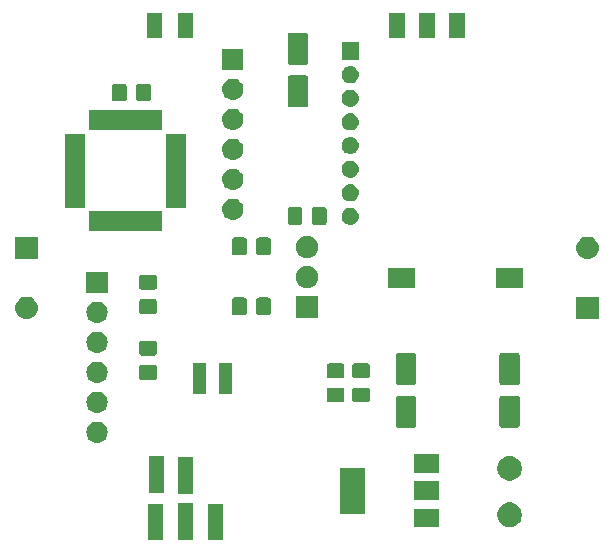
<source format=gbr>
G04 #@! TF.GenerationSoftware,KiCad,Pcbnew,(5.1.4)-1*
G04 #@! TF.CreationDate,2019-09-20T07:49:52+02:00*
G04 #@! TF.ProjectId,hb-rc-2-pbu-led,68622d72-632d-4322-9d70-62752d6c6564,rev?*
G04 #@! TF.SameCoordinates,Original*
G04 #@! TF.FileFunction,Soldermask,Top*
G04 #@! TF.FilePolarity,Negative*
%FSLAX46Y46*%
G04 Gerber Fmt 4.6, Leading zero omitted, Abs format (unit mm)*
G04 Created by KiCad (PCBNEW (5.1.4)-1) date 2019-09-20 07:49:52*
%MOMM*%
%LPD*%
G04 APERTURE LIST*
%ADD10C,0.100000*%
G04 APERTURE END LIST*
D10*
G36*
X95139000Y-97778900D02*
G01*
X93837000Y-97778900D01*
X93837000Y-94676900D01*
X95139000Y-94676900D01*
X95139000Y-97778900D01*
X95139000Y-97778900D01*
G37*
G36*
X90033600Y-97778900D02*
G01*
X88731600Y-97778900D01*
X88731600Y-94676900D01*
X90033600Y-94676900D01*
X90033600Y-97778900D01*
X90033600Y-97778900D01*
G37*
G36*
X92573600Y-97766200D02*
G01*
X91271600Y-97766200D01*
X91271600Y-94664200D01*
X92573600Y-94664200D01*
X92573600Y-97766200D01*
X92573600Y-97766200D01*
G37*
G36*
X113421000Y-96700000D02*
G01*
X111319000Y-96700000D01*
X111319000Y-95098000D01*
X113421000Y-95098000D01*
X113421000Y-96700000D01*
X113421000Y-96700000D01*
G37*
G36*
X119686564Y-94620389D02*
G01*
X119877833Y-94699615D01*
X119877835Y-94699616D01*
X120049973Y-94814635D01*
X120196365Y-94961027D01*
X120311385Y-95133167D01*
X120390611Y-95324436D01*
X120431000Y-95527484D01*
X120431000Y-95734516D01*
X120390611Y-95937564D01*
X120311385Y-96128833D01*
X120311384Y-96128835D01*
X120196365Y-96300973D01*
X120049973Y-96447365D01*
X119877835Y-96562384D01*
X119877834Y-96562385D01*
X119877833Y-96562385D01*
X119686564Y-96641611D01*
X119483516Y-96682000D01*
X119276484Y-96682000D01*
X119073436Y-96641611D01*
X118882167Y-96562385D01*
X118882166Y-96562385D01*
X118882165Y-96562384D01*
X118710027Y-96447365D01*
X118563635Y-96300973D01*
X118448616Y-96128835D01*
X118448615Y-96128833D01*
X118369389Y-95937564D01*
X118329000Y-95734516D01*
X118329000Y-95527484D01*
X118369389Y-95324436D01*
X118448615Y-95133167D01*
X118563635Y-94961027D01*
X118710027Y-94814635D01*
X118882165Y-94699616D01*
X118882167Y-94699615D01*
X119073436Y-94620389D01*
X119276484Y-94580000D01*
X119483516Y-94580000D01*
X119686564Y-94620389D01*
X119686564Y-94620389D01*
G37*
G36*
X107121000Y-95550000D02*
G01*
X105019000Y-95550000D01*
X105019000Y-91648000D01*
X107121000Y-91648000D01*
X107121000Y-95550000D01*
X107121000Y-95550000D01*
G37*
G36*
X113421000Y-94400000D02*
G01*
X111319000Y-94400000D01*
X111319000Y-92798000D01*
X113421000Y-92798000D01*
X113421000Y-94400000D01*
X113421000Y-94400000D01*
G37*
G36*
X92573600Y-93829200D02*
G01*
X91271600Y-93829200D01*
X91271600Y-90727200D01*
X92573600Y-90727200D01*
X92573600Y-93829200D01*
X92573600Y-93829200D01*
G37*
G36*
X90160600Y-93753000D02*
G01*
X88858600Y-93753000D01*
X88858600Y-90651000D01*
X90160600Y-90651000D01*
X90160600Y-93753000D01*
X90160600Y-93753000D01*
G37*
G36*
X119686564Y-90683389D02*
G01*
X119792333Y-90727200D01*
X119877835Y-90762616D01*
X120049973Y-90877635D01*
X120196365Y-91024027D01*
X120311385Y-91196167D01*
X120390611Y-91387436D01*
X120431000Y-91590484D01*
X120431000Y-91797516D01*
X120390611Y-92000564D01*
X120349423Y-92100000D01*
X120311384Y-92191835D01*
X120196365Y-92363973D01*
X120049973Y-92510365D01*
X119877835Y-92625384D01*
X119877834Y-92625385D01*
X119877833Y-92625385D01*
X119686564Y-92704611D01*
X119483516Y-92745000D01*
X119276484Y-92745000D01*
X119073436Y-92704611D01*
X118882167Y-92625385D01*
X118882166Y-92625385D01*
X118882165Y-92625384D01*
X118710027Y-92510365D01*
X118563635Y-92363973D01*
X118448616Y-92191835D01*
X118410577Y-92100000D01*
X118369389Y-92000564D01*
X118329000Y-91797516D01*
X118329000Y-91590484D01*
X118369389Y-91387436D01*
X118448615Y-91196167D01*
X118563635Y-91024027D01*
X118710027Y-90877635D01*
X118882165Y-90762616D01*
X118967667Y-90727200D01*
X119073436Y-90683389D01*
X119276484Y-90643000D01*
X119483516Y-90643000D01*
X119686564Y-90683389D01*
X119686564Y-90683389D01*
G37*
G36*
X113421000Y-92100000D02*
G01*
X111319000Y-92100000D01*
X111319000Y-90498000D01*
X113421000Y-90498000D01*
X113421000Y-92100000D01*
X113421000Y-92100000D01*
G37*
G36*
X84565442Y-87751518D02*
G01*
X84631627Y-87758037D01*
X84801466Y-87809557D01*
X84957991Y-87893222D01*
X84993729Y-87922552D01*
X85095186Y-88005814D01*
X85169196Y-88095997D01*
X85207778Y-88143009D01*
X85291443Y-88299534D01*
X85342963Y-88469373D01*
X85360359Y-88646000D01*
X85342963Y-88822627D01*
X85291443Y-88992466D01*
X85207778Y-89148991D01*
X85178448Y-89184729D01*
X85095186Y-89286186D01*
X84993729Y-89369448D01*
X84957991Y-89398778D01*
X84801466Y-89482443D01*
X84631627Y-89533963D01*
X84565442Y-89540482D01*
X84499260Y-89547000D01*
X84410740Y-89547000D01*
X84344558Y-89540482D01*
X84278373Y-89533963D01*
X84108534Y-89482443D01*
X83952009Y-89398778D01*
X83916271Y-89369448D01*
X83814814Y-89286186D01*
X83731552Y-89184729D01*
X83702222Y-89148991D01*
X83618557Y-88992466D01*
X83567037Y-88822627D01*
X83549641Y-88646000D01*
X83567037Y-88469373D01*
X83618557Y-88299534D01*
X83702222Y-88143009D01*
X83740804Y-88095997D01*
X83814814Y-88005814D01*
X83916271Y-87922552D01*
X83952009Y-87893222D01*
X84108534Y-87809557D01*
X84278373Y-87758037D01*
X84344558Y-87751518D01*
X84410740Y-87745000D01*
X84499260Y-87745000D01*
X84565442Y-87751518D01*
X84565442Y-87751518D01*
G37*
G36*
X120085997Y-85543051D02*
G01*
X120119652Y-85553261D01*
X120150665Y-85569838D01*
X120177851Y-85592149D01*
X120200162Y-85619335D01*
X120216739Y-85650348D01*
X120226949Y-85684003D01*
X120231000Y-85725138D01*
X120231000Y-88054862D01*
X120226949Y-88095997D01*
X120216739Y-88129652D01*
X120200162Y-88160665D01*
X120177851Y-88187851D01*
X120150665Y-88210162D01*
X120119652Y-88226739D01*
X120085997Y-88236949D01*
X120044862Y-88241000D01*
X118715138Y-88241000D01*
X118674003Y-88236949D01*
X118640348Y-88226739D01*
X118609335Y-88210162D01*
X118582149Y-88187851D01*
X118559838Y-88160665D01*
X118543261Y-88129652D01*
X118533051Y-88095997D01*
X118529000Y-88054862D01*
X118529000Y-85725138D01*
X118533051Y-85684003D01*
X118543261Y-85650348D01*
X118559838Y-85619335D01*
X118582149Y-85592149D01*
X118609335Y-85569838D01*
X118640348Y-85553261D01*
X118674003Y-85543051D01*
X118715138Y-85539000D01*
X120044862Y-85539000D01*
X120085997Y-85543051D01*
X120085997Y-85543051D01*
G37*
G36*
X111322997Y-85543051D02*
G01*
X111356652Y-85553261D01*
X111387665Y-85569838D01*
X111414851Y-85592149D01*
X111437162Y-85619335D01*
X111453739Y-85650348D01*
X111463949Y-85684003D01*
X111468000Y-85725138D01*
X111468000Y-88054862D01*
X111463949Y-88095997D01*
X111453739Y-88129652D01*
X111437162Y-88160665D01*
X111414851Y-88187851D01*
X111387665Y-88210162D01*
X111356652Y-88226739D01*
X111322997Y-88236949D01*
X111281862Y-88241000D01*
X109952138Y-88241000D01*
X109911003Y-88236949D01*
X109877348Y-88226739D01*
X109846335Y-88210162D01*
X109819149Y-88187851D01*
X109796838Y-88160665D01*
X109780261Y-88129652D01*
X109770051Y-88095997D01*
X109766000Y-88054862D01*
X109766000Y-85725138D01*
X109770051Y-85684003D01*
X109780261Y-85650348D01*
X109796838Y-85619335D01*
X109819149Y-85592149D01*
X109846335Y-85569838D01*
X109877348Y-85553261D01*
X109911003Y-85543051D01*
X109952138Y-85539000D01*
X111281862Y-85539000D01*
X111322997Y-85543051D01*
X111322997Y-85543051D01*
G37*
G36*
X84565443Y-85211519D02*
G01*
X84631627Y-85218037D01*
X84801466Y-85269557D01*
X84957991Y-85353222D01*
X84993729Y-85382552D01*
X85095186Y-85465814D01*
X85166951Y-85553261D01*
X85207778Y-85603009D01*
X85291443Y-85759534D01*
X85342963Y-85929373D01*
X85360359Y-86106000D01*
X85342963Y-86282627D01*
X85291443Y-86452466D01*
X85207778Y-86608991D01*
X85178448Y-86644729D01*
X85095186Y-86746186D01*
X84993729Y-86829448D01*
X84957991Y-86858778D01*
X84801466Y-86942443D01*
X84631627Y-86993963D01*
X84565442Y-87000482D01*
X84499260Y-87007000D01*
X84410740Y-87007000D01*
X84344558Y-87000482D01*
X84278373Y-86993963D01*
X84108534Y-86942443D01*
X83952009Y-86858778D01*
X83916271Y-86829448D01*
X83814814Y-86746186D01*
X83731552Y-86644729D01*
X83702222Y-86608991D01*
X83618557Y-86452466D01*
X83567037Y-86282627D01*
X83549641Y-86106000D01*
X83567037Y-85929373D01*
X83618557Y-85759534D01*
X83702222Y-85603009D01*
X83743049Y-85553261D01*
X83814814Y-85465814D01*
X83916271Y-85382552D01*
X83952009Y-85353222D01*
X84108534Y-85269557D01*
X84278373Y-85218037D01*
X84344557Y-85211519D01*
X84410740Y-85205000D01*
X84499260Y-85205000D01*
X84565443Y-85211519D01*
X84565443Y-85211519D01*
G37*
G36*
X107395674Y-84858465D02*
G01*
X107433367Y-84869899D01*
X107468103Y-84888466D01*
X107498548Y-84913452D01*
X107523534Y-84943897D01*
X107542101Y-84978633D01*
X107553535Y-85016326D01*
X107558000Y-85061661D01*
X107558000Y-85898339D01*
X107553535Y-85943674D01*
X107542101Y-85981367D01*
X107523534Y-86016103D01*
X107498548Y-86046548D01*
X107468103Y-86071534D01*
X107433367Y-86090101D01*
X107395674Y-86101535D01*
X107350339Y-86106000D01*
X106263661Y-86106000D01*
X106218326Y-86101535D01*
X106180633Y-86090101D01*
X106145897Y-86071534D01*
X106115452Y-86046548D01*
X106090466Y-86016103D01*
X106071899Y-85981367D01*
X106060465Y-85943674D01*
X106056000Y-85898339D01*
X106056000Y-85061661D01*
X106060465Y-85016326D01*
X106071899Y-84978633D01*
X106090466Y-84943897D01*
X106115452Y-84913452D01*
X106145897Y-84888466D01*
X106180633Y-84869899D01*
X106218326Y-84858465D01*
X106263661Y-84854000D01*
X107350339Y-84854000D01*
X107395674Y-84858465D01*
X107395674Y-84858465D01*
G37*
G36*
X105236674Y-84858465D02*
G01*
X105274367Y-84869899D01*
X105309103Y-84888466D01*
X105339548Y-84913452D01*
X105364534Y-84943897D01*
X105383101Y-84978633D01*
X105394535Y-85016326D01*
X105399000Y-85061661D01*
X105399000Y-85898339D01*
X105394535Y-85943674D01*
X105383101Y-85981367D01*
X105364534Y-86016103D01*
X105339548Y-86046548D01*
X105309103Y-86071534D01*
X105274367Y-86090101D01*
X105236674Y-86101535D01*
X105191339Y-86106000D01*
X104104661Y-86106000D01*
X104059326Y-86101535D01*
X104021633Y-86090101D01*
X103986897Y-86071534D01*
X103956452Y-86046548D01*
X103931466Y-86016103D01*
X103912899Y-85981367D01*
X103901465Y-85943674D01*
X103897000Y-85898339D01*
X103897000Y-85061661D01*
X103901465Y-85016326D01*
X103912899Y-84978633D01*
X103931466Y-84943897D01*
X103956452Y-84913452D01*
X103986897Y-84888466D01*
X104021633Y-84869899D01*
X104059326Y-84858465D01*
X104104661Y-84854000D01*
X105191339Y-84854000D01*
X105236674Y-84858465D01*
X105236674Y-84858465D01*
G37*
G36*
X95915000Y-85400000D02*
G01*
X94753000Y-85400000D01*
X94753000Y-82748000D01*
X95915000Y-82748000D01*
X95915000Y-85400000D01*
X95915000Y-85400000D01*
G37*
G36*
X93715000Y-85400000D02*
G01*
X92553000Y-85400000D01*
X92553000Y-82748000D01*
X93715000Y-82748000D01*
X93715000Y-85400000D01*
X93715000Y-85400000D01*
G37*
G36*
X111322997Y-81943051D02*
G01*
X111356652Y-81953261D01*
X111387665Y-81969838D01*
X111414851Y-81992149D01*
X111437162Y-82019335D01*
X111453739Y-82050348D01*
X111463949Y-82084003D01*
X111468000Y-82125138D01*
X111468000Y-84454862D01*
X111463949Y-84495997D01*
X111453739Y-84529652D01*
X111437162Y-84560665D01*
X111414851Y-84587851D01*
X111387665Y-84610162D01*
X111356652Y-84626739D01*
X111322997Y-84636949D01*
X111281862Y-84641000D01*
X109952138Y-84641000D01*
X109911003Y-84636949D01*
X109877348Y-84626739D01*
X109846335Y-84610162D01*
X109819149Y-84587851D01*
X109796838Y-84560665D01*
X109780261Y-84529652D01*
X109770051Y-84495997D01*
X109766000Y-84454862D01*
X109766000Y-82125138D01*
X109770051Y-82084003D01*
X109780261Y-82050348D01*
X109796838Y-82019335D01*
X109819149Y-81992149D01*
X109846335Y-81969838D01*
X109877348Y-81953261D01*
X109911003Y-81943051D01*
X109952138Y-81939000D01*
X111281862Y-81939000D01*
X111322997Y-81943051D01*
X111322997Y-81943051D01*
G37*
G36*
X120085997Y-81943051D02*
G01*
X120119652Y-81953261D01*
X120150665Y-81969838D01*
X120177851Y-81992149D01*
X120200162Y-82019335D01*
X120216739Y-82050348D01*
X120226949Y-82084003D01*
X120231000Y-82125138D01*
X120231000Y-84454862D01*
X120226949Y-84495997D01*
X120216739Y-84529652D01*
X120200162Y-84560665D01*
X120177851Y-84587851D01*
X120150665Y-84610162D01*
X120119652Y-84626739D01*
X120085997Y-84636949D01*
X120044862Y-84641000D01*
X118715138Y-84641000D01*
X118674003Y-84636949D01*
X118640348Y-84626739D01*
X118609335Y-84610162D01*
X118582149Y-84587851D01*
X118559838Y-84560665D01*
X118543261Y-84529652D01*
X118533051Y-84495997D01*
X118529000Y-84454862D01*
X118529000Y-82125138D01*
X118533051Y-82084003D01*
X118543261Y-82050348D01*
X118559838Y-82019335D01*
X118582149Y-81992149D01*
X118609335Y-81969838D01*
X118640348Y-81953261D01*
X118674003Y-81943051D01*
X118715138Y-81939000D01*
X120044862Y-81939000D01*
X120085997Y-81943051D01*
X120085997Y-81943051D01*
G37*
G36*
X84565442Y-82671518D02*
G01*
X84631627Y-82678037D01*
X84801466Y-82729557D01*
X84957991Y-82813222D01*
X84988751Y-82838466D01*
X85095186Y-82925814D01*
X85172250Y-83019718D01*
X85207778Y-83063009D01*
X85291443Y-83219534D01*
X85342963Y-83389373D01*
X85360359Y-83566000D01*
X85342963Y-83742627D01*
X85291443Y-83912466D01*
X85207778Y-84068991D01*
X85180603Y-84102103D01*
X85095186Y-84206186D01*
X84993729Y-84289448D01*
X84957991Y-84318778D01*
X84801466Y-84402443D01*
X84631627Y-84453963D01*
X84565443Y-84460481D01*
X84499260Y-84467000D01*
X84410740Y-84467000D01*
X84344557Y-84460481D01*
X84278373Y-84453963D01*
X84108534Y-84402443D01*
X83952009Y-84318778D01*
X83916271Y-84289448D01*
X83814814Y-84206186D01*
X83729397Y-84102103D01*
X83702222Y-84068991D01*
X83618557Y-83912466D01*
X83567037Y-83742627D01*
X83549641Y-83566000D01*
X83567037Y-83389373D01*
X83618557Y-83219534D01*
X83702222Y-83063009D01*
X83737750Y-83019718D01*
X83814814Y-82925814D01*
X83921249Y-82838466D01*
X83952009Y-82813222D01*
X84108534Y-82729557D01*
X84278373Y-82678037D01*
X84344558Y-82671518D01*
X84410740Y-82665000D01*
X84499260Y-82665000D01*
X84565442Y-82671518D01*
X84565442Y-82671518D01*
G37*
G36*
X89361674Y-82944465D02*
G01*
X89399367Y-82955899D01*
X89434103Y-82974466D01*
X89464548Y-82999452D01*
X89489534Y-83029897D01*
X89508101Y-83064633D01*
X89519535Y-83102326D01*
X89524000Y-83147661D01*
X89524000Y-83984339D01*
X89519535Y-84029674D01*
X89508101Y-84067367D01*
X89489534Y-84102103D01*
X89464548Y-84132548D01*
X89434103Y-84157534D01*
X89399367Y-84176101D01*
X89361674Y-84187535D01*
X89316339Y-84192000D01*
X88229661Y-84192000D01*
X88184326Y-84187535D01*
X88146633Y-84176101D01*
X88111897Y-84157534D01*
X88081452Y-84132548D01*
X88056466Y-84102103D01*
X88037899Y-84067367D01*
X88026465Y-84029674D01*
X88022000Y-83984339D01*
X88022000Y-83147661D01*
X88026465Y-83102326D01*
X88037899Y-83064633D01*
X88056466Y-83029897D01*
X88081452Y-82999452D01*
X88111897Y-82974466D01*
X88146633Y-82955899D01*
X88184326Y-82944465D01*
X88229661Y-82940000D01*
X89316339Y-82940000D01*
X89361674Y-82944465D01*
X89361674Y-82944465D01*
G37*
G36*
X105236674Y-82808465D02*
G01*
X105274367Y-82819899D01*
X105309103Y-82838466D01*
X105339548Y-82863452D01*
X105364534Y-82893897D01*
X105383101Y-82928633D01*
X105394535Y-82966326D01*
X105399000Y-83011661D01*
X105399000Y-83848339D01*
X105394535Y-83893674D01*
X105383101Y-83931367D01*
X105364534Y-83966103D01*
X105339548Y-83996548D01*
X105309103Y-84021534D01*
X105274367Y-84040101D01*
X105236674Y-84051535D01*
X105191339Y-84056000D01*
X104104661Y-84056000D01*
X104059326Y-84051535D01*
X104021633Y-84040101D01*
X103986897Y-84021534D01*
X103956452Y-83996548D01*
X103931466Y-83966103D01*
X103912899Y-83931367D01*
X103901465Y-83893674D01*
X103897000Y-83848339D01*
X103897000Y-83011661D01*
X103901465Y-82966326D01*
X103912899Y-82928633D01*
X103931466Y-82893897D01*
X103956452Y-82863452D01*
X103986897Y-82838466D01*
X104021633Y-82819899D01*
X104059326Y-82808465D01*
X104104661Y-82804000D01*
X105191339Y-82804000D01*
X105236674Y-82808465D01*
X105236674Y-82808465D01*
G37*
G36*
X107395674Y-82808465D02*
G01*
X107433367Y-82819899D01*
X107468103Y-82838466D01*
X107498548Y-82863452D01*
X107523534Y-82893897D01*
X107542101Y-82928633D01*
X107553535Y-82966326D01*
X107558000Y-83011661D01*
X107558000Y-83848339D01*
X107553535Y-83893674D01*
X107542101Y-83931367D01*
X107523534Y-83966103D01*
X107498548Y-83996548D01*
X107468103Y-84021534D01*
X107433367Y-84040101D01*
X107395674Y-84051535D01*
X107350339Y-84056000D01*
X106263661Y-84056000D01*
X106218326Y-84051535D01*
X106180633Y-84040101D01*
X106145897Y-84021534D01*
X106115452Y-83996548D01*
X106090466Y-83966103D01*
X106071899Y-83931367D01*
X106060465Y-83893674D01*
X106056000Y-83848339D01*
X106056000Y-83011661D01*
X106060465Y-82966326D01*
X106071899Y-82928633D01*
X106090466Y-82893897D01*
X106115452Y-82863452D01*
X106145897Y-82838466D01*
X106180633Y-82819899D01*
X106218326Y-82808465D01*
X106263661Y-82804000D01*
X107350339Y-82804000D01*
X107395674Y-82808465D01*
X107395674Y-82808465D01*
G37*
G36*
X89361674Y-80894465D02*
G01*
X89399367Y-80905899D01*
X89434103Y-80924466D01*
X89464548Y-80949452D01*
X89489534Y-80979897D01*
X89508101Y-81014633D01*
X89519535Y-81052326D01*
X89524000Y-81097661D01*
X89524000Y-81934339D01*
X89519535Y-81979674D01*
X89508101Y-82017367D01*
X89489534Y-82052103D01*
X89464548Y-82082548D01*
X89434103Y-82107534D01*
X89399367Y-82126101D01*
X89361674Y-82137535D01*
X89316339Y-82142000D01*
X88229661Y-82142000D01*
X88184326Y-82137535D01*
X88146633Y-82126101D01*
X88111897Y-82107534D01*
X88081452Y-82082548D01*
X88056466Y-82052103D01*
X88037899Y-82017367D01*
X88026465Y-81979674D01*
X88022000Y-81934339D01*
X88022000Y-81097661D01*
X88026465Y-81052326D01*
X88037899Y-81014633D01*
X88056466Y-80979897D01*
X88081452Y-80949452D01*
X88111897Y-80924466D01*
X88146633Y-80905899D01*
X88184326Y-80894465D01*
X88229661Y-80890000D01*
X89316339Y-80890000D01*
X89361674Y-80894465D01*
X89361674Y-80894465D01*
G37*
G36*
X84565443Y-80131519D02*
G01*
X84631627Y-80138037D01*
X84801466Y-80189557D01*
X84957991Y-80273222D01*
X84993729Y-80302552D01*
X85095186Y-80385814D01*
X85178448Y-80487271D01*
X85207778Y-80523009D01*
X85291443Y-80679534D01*
X85342963Y-80849373D01*
X85360359Y-81026000D01*
X85342963Y-81202627D01*
X85291443Y-81372466D01*
X85207778Y-81528991D01*
X85178448Y-81564729D01*
X85095186Y-81666186D01*
X84993729Y-81749448D01*
X84957991Y-81778778D01*
X84801466Y-81862443D01*
X84631627Y-81913963D01*
X84565442Y-81920482D01*
X84499260Y-81927000D01*
X84410740Y-81927000D01*
X84344558Y-81920482D01*
X84278373Y-81913963D01*
X84108534Y-81862443D01*
X83952009Y-81778778D01*
X83916271Y-81749448D01*
X83814814Y-81666186D01*
X83731552Y-81564729D01*
X83702222Y-81528991D01*
X83618557Y-81372466D01*
X83567037Y-81202627D01*
X83549641Y-81026000D01*
X83567037Y-80849373D01*
X83618557Y-80679534D01*
X83702222Y-80523009D01*
X83731552Y-80487271D01*
X83814814Y-80385814D01*
X83916271Y-80302552D01*
X83952009Y-80273222D01*
X84108534Y-80189557D01*
X84278373Y-80138037D01*
X84344557Y-80131519D01*
X84410740Y-80125000D01*
X84499260Y-80125000D01*
X84565443Y-80131519D01*
X84565443Y-80131519D01*
G37*
G36*
X84565442Y-77591518D02*
G01*
X84631627Y-77598037D01*
X84801466Y-77649557D01*
X84957991Y-77733222D01*
X84993729Y-77762552D01*
X85095186Y-77845814D01*
X85178448Y-77947271D01*
X85207778Y-77983009D01*
X85291443Y-78139534D01*
X85342963Y-78309373D01*
X85360359Y-78486000D01*
X85342963Y-78662627D01*
X85291443Y-78832466D01*
X85207778Y-78988991D01*
X85178448Y-79024729D01*
X85095186Y-79126186D01*
X84993729Y-79209448D01*
X84957991Y-79238778D01*
X84801466Y-79322443D01*
X84631627Y-79373963D01*
X84565442Y-79380482D01*
X84499260Y-79387000D01*
X84410740Y-79387000D01*
X84344558Y-79380482D01*
X84278373Y-79373963D01*
X84108534Y-79322443D01*
X83952009Y-79238778D01*
X83916271Y-79209448D01*
X83814814Y-79126186D01*
X83731552Y-79024729D01*
X83702222Y-78988991D01*
X83618557Y-78832466D01*
X83567037Y-78662627D01*
X83549641Y-78486000D01*
X83567037Y-78309373D01*
X83618557Y-78139534D01*
X83702222Y-77983009D01*
X83731552Y-77947271D01*
X83814814Y-77845814D01*
X83916271Y-77762552D01*
X83952009Y-77733222D01*
X84108534Y-77649557D01*
X84278373Y-77598037D01*
X84344558Y-77591518D01*
X84410740Y-77585000D01*
X84499260Y-77585000D01*
X84565442Y-77591518D01*
X84565442Y-77591518D01*
G37*
G36*
X78672425Y-77167760D02*
G01*
X78672428Y-77167761D01*
X78672429Y-77167761D01*
X78851693Y-77222140D01*
X78851696Y-77222142D01*
X78851697Y-77222142D01*
X79016903Y-77310446D01*
X79161712Y-77429288D01*
X79280554Y-77574097D01*
X79368858Y-77739303D01*
X79368860Y-77739307D01*
X79423239Y-77918571D01*
X79423240Y-77918575D01*
X79441601Y-78105000D01*
X79423240Y-78291425D01*
X79423239Y-78291428D01*
X79423239Y-78291429D01*
X79368860Y-78470693D01*
X79368858Y-78470696D01*
X79368858Y-78470697D01*
X79280554Y-78635903D01*
X79161712Y-78780712D01*
X79016903Y-78899554D01*
X78851697Y-78987858D01*
X78851693Y-78987860D01*
X78672429Y-79042239D01*
X78672428Y-79042239D01*
X78672425Y-79042240D01*
X78532718Y-79056000D01*
X78439282Y-79056000D01*
X78299575Y-79042240D01*
X78299572Y-79042239D01*
X78299571Y-79042239D01*
X78120307Y-78987860D01*
X78120303Y-78987858D01*
X77955097Y-78899554D01*
X77810288Y-78780712D01*
X77691446Y-78635903D01*
X77603142Y-78470697D01*
X77603142Y-78470696D01*
X77603140Y-78470693D01*
X77548761Y-78291429D01*
X77548761Y-78291428D01*
X77548760Y-78291425D01*
X77530399Y-78105000D01*
X77548760Y-77918575D01*
X77548761Y-77918571D01*
X77603140Y-77739307D01*
X77603142Y-77739303D01*
X77691446Y-77574097D01*
X77810288Y-77429288D01*
X77955097Y-77310446D01*
X78120303Y-77222142D01*
X78120304Y-77222142D01*
X78120307Y-77222140D01*
X78299571Y-77167761D01*
X78299572Y-77167761D01*
X78299575Y-77167760D01*
X78439282Y-77154000D01*
X78532718Y-77154000D01*
X78672425Y-77167760D01*
X78672425Y-77167760D01*
G37*
G36*
X126935000Y-79056000D02*
G01*
X125033000Y-79056000D01*
X125033000Y-77154000D01*
X126935000Y-77154000D01*
X126935000Y-79056000D01*
X126935000Y-79056000D01*
G37*
G36*
X103186000Y-78979800D02*
G01*
X101284000Y-78979800D01*
X101284000Y-77077800D01*
X103186000Y-77077800D01*
X103186000Y-78979800D01*
X103186000Y-78979800D01*
G37*
G36*
X99015674Y-77231465D02*
G01*
X99053367Y-77242899D01*
X99088103Y-77261466D01*
X99118548Y-77286452D01*
X99143534Y-77316897D01*
X99162101Y-77351633D01*
X99173535Y-77389326D01*
X99178000Y-77434661D01*
X99178000Y-78521339D01*
X99173535Y-78566674D01*
X99162101Y-78604367D01*
X99143534Y-78639103D01*
X99118548Y-78669548D01*
X99088103Y-78694534D01*
X99053367Y-78713101D01*
X99015674Y-78724535D01*
X98970339Y-78729000D01*
X98133661Y-78729000D01*
X98088326Y-78724535D01*
X98050633Y-78713101D01*
X98015897Y-78694534D01*
X97985452Y-78669548D01*
X97960466Y-78639103D01*
X97941899Y-78604367D01*
X97930465Y-78566674D01*
X97926000Y-78521339D01*
X97926000Y-77434661D01*
X97930465Y-77389326D01*
X97941899Y-77351633D01*
X97960466Y-77316897D01*
X97985452Y-77286452D01*
X98015897Y-77261466D01*
X98050633Y-77242899D01*
X98088326Y-77231465D01*
X98133661Y-77227000D01*
X98970339Y-77227000D01*
X99015674Y-77231465D01*
X99015674Y-77231465D01*
G37*
G36*
X96965674Y-77231465D02*
G01*
X97003367Y-77242899D01*
X97038103Y-77261466D01*
X97068548Y-77286452D01*
X97093534Y-77316897D01*
X97112101Y-77351633D01*
X97123535Y-77389326D01*
X97128000Y-77434661D01*
X97128000Y-78521339D01*
X97123535Y-78566674D01*
X97112101Y-78604367D01*
X97093534Y-78639103D01*
X97068548Y-78669548D01*
X97038103Y-78694534D01*
X97003367Y-78713101D01*
X96965674Y-78724535D01*
X96920339Y-78729000D01*
X96083661Y-78729000D01*
X96038326Y-78724535D01*
X96000633Y-78713101D01*
X95965897Y-78694534D01*
X95935452Y-78669548D01*
X95910466Y-78639103D01*
X95891899Y-78604367D01*
X95880465Y-78566674D01*
X95876000Y-78521339D01*
X95876000Y-77434661D01*
X95880465Y-77389326D01*
X95891899Y-77351633D01*
X95910466Y-77316897D01*
X95935452Y-77286452D01*
X95965897Y-77261466D01*
X96000633Y-77242899D01*
X96038326Y-77231465D01*
X96083661Y-77227000D01*
X96920339Y-77227000D01*
X96965674Y-77231465D01*
X96965674Y-77231465D01*
G37*
G36*
X89361674Y-77365465D02*
G01*
X89399367Y-77376899D01*
X89434103Y-77395466D01*
X89464548Y-77420452D01*
X89489534Y-77450897D01*
X89508101Y-77485633D01*
X89519535Y-77523326D01*
X89524000Y-77568661D01*
X89524000Y-78405339D01*
X89519535Y-78450674D01*
X89508101Y-78488367D01*
X89489534Y-78523103D01*
X89464548Y-78553548D01*
X89434103Y-78578534D01*
X89399367Y-78597101D01*
X89361674Y-78608535D01*
X89316339Y-78613000D01*
X88229661Y-78613000D01*
X88184326Y-78608535D01*
X88146633Y-78597101D01*
X88111897Y-78578534D01*
X88081452Y-78553548D01*
X88056466Y-78523103D01*
X88037899Y-78488367D01*
X88026465Y-78450674D01*
X88022000Y-78405339D01*
X88022000Y-77568661D01*
X88026465Y-77523326D01*
X88037899Y-77485633D01*
X88056466Y-77450897D01*
X88081452Y-77420452D01*
X88111897Y-77395466D01*
X88146633Y-77376899D01*
X88184326Y-77365465D01*
X88229661Y-77361000D01*
X89316339Y-77361000D01*
X89361674Y-77365465D01*
X89361674Y-77365465D01*
G37*
G36*
X85356000Y-76847000D02*
G01*
X83554000Y-76847000D01*
X83554000Y-75045000D01*
X85356000Y-75045000D01*
X85356000Y-76847000D01*
X85356000Y-76847000D01*
G37*
G36*
X89361674Y-75315465D02*
G01*
X89399367Y-75326899D01*
X89434103Y-75345466D01*
X89464548Y-75370452D01*
X89489534Y-75400897D01*
X89508101Y-75435633D01*
X89519535Y-75473326D01*
X89524000Y-75518661D01*
X89524000Y-76355339D01*
X89519535Y-76400674D01*
X89508101Y-76438367D01*
X89489534Y-76473103D01*
X89464548Y-76503548D01*
X89434103Y-76528534D01*
X89399367Y-76547101D01*
X89361674Y-76558535D01*
X89316339Y-76563000D01*
X88229661Y-76563000D01*
X88184326Y-76558535D01*
X88146633Y-76547101D01*
X88111897Y-76528534D01*
X88081452Y-76503548D01*
X88056466Y-76473103D01*
X88037899Y-76438367D01*
X88026465Y-76400674D01*
X88022000Y-76355339D01*
X88022000Y-75518661D01*
X88026465Y-75473326D01*
X88037899Y-75435633D01*
X88056466Y-75400897D01*
X88081452Y-75370452D01*
X88111897Y-75345466D01*
X88146633Y-75326899D01*
X88184326Y-75315465D01*
X88229661Y-75311000D01*
X89316339Y-75311000D01*
X89361674Y-75315465D01*
X89361674Y-75315465D01*
G37*
G36*
X102512395Y-74574346D02*
G01*
X102685466Y-74646034D01*
X102685467Y-74646035D01*
X102841227Y-74750110D01*
X102973690Y-74882573D01*
X102973691Y-74882575D01*
X103077766Y-75038334D01*
X103149454Y-75211405D01*
X103186000Y-75395133D01*
X103186000Y-75582467D01*
X103149454Y-75766195D01*
X103077766Y-75939266D01*
X103077765Y-75939267D01*
X102973690Y-76095027D01*
X102841227Y-76227490D01*
X102762818Y-76279881D01*
X102685466Y-76331566D01*
X102512395Y-76403254D01*
X102328667Y-76439800D01*
X102141333Y-76439800D01*
X101957605Y-76403254D01*
X101784534Y-76331566D01*
X101707182Y-76279881D01*
X101628773Y-76227490D01*
X101496310Y-76095027D01*
X101392235Y-75939267D01*
X101392234Y-75939266D01*
X101320546Y-75766195D01*
X101284000Y-75582467D01*
X101284000Y-75395133D01*
X101320546Y-75211405D01*
X101392234Y-75038334D01*
X101496309Y-74882575D01*
X101496310Y-74882573D01*
X101628773Y-74750110D01*
X101784533Y-74646035D01*
X101784534Y-74646034D01*
X101957605Y-74574346D01*
X102141333Y-74537800D01*
X102328667Y-74537800D01*
X102512395Y-74574346D01*
X102512395Y-74574346D01*
G37*
G36*
X111359000Y-76416000D02*
G01*
X109077000Y-76416000D01*
X109077000Y-74714000D01*
X111359000Y-74714000D01*
X111359000Y-76416000D01*
X111359000Y-76416000D01*
G37*
G36*
X120539000Y-76416000D02*
G01*
X118257000Y-76416000D01*
X118257000Y-74714000D01*
X120539000Y-74714000D01*
X120539000Y-76416000D01*
X120539000Y-76416000D01*
G37*
G36*
X126170425Y-72087760D02*
G01*
X126170428Y-72087761D01*
X126170429Y-72087761D01*
X126349693Y-72142140D01*
X126349696Y-72142142D01*
X126349697Y-72142142D01*
X126514903Y-72230446D01*
X126659712Y-72349288D01*
X126778554Y-72494097D01*
X126866858Y-72659303D01*
X126866860Y-72659307D01*
X126921239Y-72838571D01*
X126921240Y-72838575D01*
X126939601Y-73025000D01*
X126921240Y-73211425D01*
X126921239Y-73211428D01*
X126921239Y-73211429D01*
X126866860Y-73390693D01*
X126866858Y-73390696D01*
X126866858Y-73390697D01*
X126778554Y-73555903D01*
X126659712Y-73700712D01*
X126514903Y-73819554D01*
X126349697Y-73907858D01*
X126349693Y-73907860D01*
X126170429Y-73962239D01*
X126170428Y-73962239D01*
X126170425Y-73962240D01*
X126030718Y-73976000D01*
X125937282Y-73976000D01*
X125797575Y-73962240D01*
X125797572Y-73962239D01*
X125797571Y-73962239D01*
X125618307Y-73907860D01*
X125618303Y-73907858D01*
X125453097Y-73819554D01*
X125308288Y-73700712D01*
X125189446Y-73555903D01*
X125101142Y-73390697D01*
X125101142Y-73390696D01*
X125101140Y-73390693D01*
X125046761Y-73211429D01*
X125046761Y-73211428D01*
X125046760Y-73211425D01*
X125028399Y-73025000D01*
X125046760Y-72838575D01*
X125046761Y-72838571D01*
X125101140Y-72659307D01*
X125101142Y-72659303D01*
X125189446Y-72494097D01*
X125308288Y-72349288D01*
X125453097Y-72230446D01*
X125618303Y-72142142D01*
X125618304Y-72142142D01*
X125618307Y-72142140D01*
X125797571Y-72087761D01*
X125797572Y-72087761D01*
X125797575Y-72087760D01*
X125937282Y-72074000D01*
X126030718Y-72074000D01*
X126170425Y-72087760D01*
X126170425Y-72087760D01*
G37*
G36*
X79437000Y-73976000D02*
G01*
X77535000Y-73976000D01*
X77535000Y-72074000D01*
X79437000Y-72074000D01*
X79437000Y-73976000D01*
X79437000Y-73976000D01*
G37*
G36*
X102512395Y-72034346D02*
G01*
X102685466Y-72106034D01*
X102685467Y-72106035D01*
X102841227Y-72210110D01*
X102973690Y-72342573D01*
X102981767Y-72354661D01*
X103077766Y-72498334D01*
X103149454Y-72671405D01*
X103186000Y-72855133D01*
X103186000Y-73042467D01*
X103149454Y-73226195D01*
X103077766Y-73399266D01*
X103077765Y-73399267D01*
X102973690Y-73555027D01*
X102841227Y-73687490D01*
X102762818Y-73739881D01*
X102685466Y-73791566D01*
X102512395Y-73863254D01*
X102328667Y-73899800D01*
X102141333Y-73899800D01*
X101957605Y-73863254D01*
X101784534Y-73791566D01*
X101707182Y-73739881D01*
X101628773Y-73687490D01*
X101496310Y-73555027D01*
X101392235Y-73399267D01*
X101392234Y-73399266D01*
X101320546Y-73226195D01*
X101284000Y-73042467D01*
X101284000Y-72855133D01*
X101320546Y-72671405D01*
X101392234Y-72498334D01*
X101488233Y-72354661D01*
X101496310Y-72342573D01*
X101628773Y-72210110D01*
X101784533Y-72106035D01*
X101784534Y-72106034D01*
X101957605Y-72034346D01*
X102141333Y-71997800D01*
X102328667Y-71997800D01*
X102512395Y-72034346D01*
X102512395Y-72034346D01*
G37*
G36*
X99015674Y-72151465D02*
G01*
X99053367Y-72162899D01*
X99088103Y-72181466D01*
X99118548Y-72206452D01*
X99143534Y-72236897D01*
X99162101Y-72271633D01*
X99173535Y-72309326D01*
X99178000Y-72354661D01*
X99178000Y-73441339D01*
X99173535Y-73486674D01*
X99162101Y-73524367D01*
X99143534Y-73559103D01*
X99118548Y-73589548D01*
X99088103Y-73614534D01*
X99053367Y-73633101D01*
X99015674Y-73644535D01*
X98970339Y-73649000D01*
X98133661Y-73649000D01*
X98088326Y-73644535D01*
X98050633Y-73633101D01*
X98015897Y-73614534D01*
X97985452Y-73589548D01*
X97960466Y-73559103D01*
X97941899Y-73524367D01*
X97930465Y-73486674D01*
X97926000Y-73441339D01*
X97926000Y-72354661D01*
X97930465Y-72309326D01*
X97941899Y-72271633D01*
X97960466Y-72236897D01*
X97985452Y-72206452D01*
X98015897Y-72181466D01*
X98050633Y-72162899D01*
X98088326Y-72151465D01*
X98133661Y-72147000D01*
X98970339Y-72147000D01*
X99015674Y-72151465D01*
X99015674Y-72151465D01*
G37*
G36*
X96965674Y-72151465D02*
G01*
X97003367Y-72162899D01*
X97038103Y-72181466D01*
X97068548Y-72206452D01*
X97093534Y-72236897D01*
X97112101Y-72271633D01*
X97123535Y-72309326D01*
X97128000Y-72354661D01*
X97128000Y-73441339D01*
X97123535Y-73486674D01*
X97112101Y-73524367D01*
X97093534Y-73559103D01*
X97068548Y-73589548D01*
X97038103Y-73614534D01*
X97003367Y-73633101D01*
X96965674Y-73644535D01*
X96920339Y-73649000D01*
X96083661Y-73649000D01*
X96038326Y-73644535D01*
X96000633Y-73633101D01*
X95965897Y-73614534D01*
X95935452Y-73589548D01*
X95910466Y-73559103D01*
X95891899Y-73524367D01*
X95880465Y-73486674D01*
X95876000Y-73441339D01*
X95876000Y-72354661D01*
X95880465Y-72309326D01*
X95891899Y-72271633D01*
X95910466Y-72236897D01*
X95935452Y-72206452D01*
X95965897Y-72181466D01*
X96000633Y-72162899D01*
X96038326Y-72151465D01*
X96083661Y-72147000D01*
X96920339Y-72147000D01*
X96965674Y-72151465D01*
X96965674Y-72151465D01*
G37*
G36*
X89994000Y-71585500D02*
G01*
X83742000Y-71585500D01*
X83742000Y-69883500D01*
X89994000Y-69883500D01*
X89994000Y-71585500D01*
X89994000Y-71585500D01*
G37*
G36*
X105964213Y-69640102D02*
G01*
X106035321Y-69647105D01*
X106172172Y-69688619D01*
X106172175Y-69688620D01*
X106298294Y-69756032D01*
X106408843Y-69846757D01*
X106499568Y-69957306D01*
X106566980Y-70083425D01*
X106566981Y-70083428D01*
X106608495Y-70220279D01*
X106622512Y-70362600D01*
X106608495Y-70504921D01*
X106580398Y-70597542D01*
X106566980Y-70641775D01*
X106499568Y-70767894D01*
X106408843Y-70878443D01*
X106298294Y-70969168D01*
X106172175Y-71036580D01*
X106172172Y-71036581D01*
X106035321Y-71078095D01*
X105979426Y-71083600D01*
X105928660Y-71088600D01*
X105857340Y-71088600D01*
X105806574Y-71083600D01*
X105750679Y-71078095D01*
X105613828Y-71036581D01*
X105613825Y-71036580D01*
X105487706Y-70969168D01*
X105377157Y-70878443D01*
X105286432Y-70767894D01*
X105219020Y-70641775D01*
X105205602Y-70597542D01*
X105177505Y-70504921D01*
X105163488Y-70362600D01*
X105177505Y-70220279D01*
X105219019Y-70083428D01*
X105219020Y-70083425D01*
X105286432Y-69957306D01*
X105377157Y-69846757D01*
X105487706Y-69756032D01*
X105613825Y-69688620D01*
X105613828Y-69688619D01*
X105750679Y-69647105D01*
X105821787Y-69640102D01*
X105857340Y-69636600D01*
X105928660Y-69636600D01*
X105964213Y-69640102D01*
X105964213Y-69640102D01*
G37*
G36*
X103732674Y-69586065D02*
G01*
X103770367Y-69597499D01*
X103805103Y-69616066D01*
X103835548Y-69641052D01*
X103860534Y-69671497D01*
X103879101Y-69706233D01*
X103890535Y-69743926D01*
X103895000Y-69789261D01*
X103895000Y-70875939D01*
X103890535Y-70921274D01*
X103879101Y-70958967D01*
X103860534Y-70993703D01*
X103835548Y-71024148D01*
X103805103Y-71049134D01*
X103770367Y-71067701D01*
X103732674Y-71079135D01*
X103687339Y-71083600D01*
X102850661Y-71083600D01*
X102805326Y-71079135D01*
X102767633Y-71067701D01*
X102732897Y-71049134D01*
X102702452Y-71024148D01*
X102677466Y-70993703D01*
X102658899Y-70958967D01*
X102647465Y-70921274D01*
X102643000Y-70875939D01*
X102643000Y-69789261D01*
X102647465Y-69743926D01*
X102658899Y-69706233D01*
X102677466Y-69671497D01*
X102702452Y-69641052D01*
X102732897Y-69616066D01*
X102767633Y-69597499D01*
X102805326Y-69586065D01*
X102850661Y-69581600D01*
X103687339Y-69581600D01*
X103732674Y-69586065D01*
X103732674Y-69586065D01*
G37*
G36*
X101682674Y-69586065D02*
G01*
X101720367Y-69597499D01*
X101755103Y-69616066D01*
X101785548Y-69641052D01*
X101810534Y-69671497D01*
X101829101Y-69706233D01*
X101840535Y-69743926D01*
X101845000Y-69789261D01*
X101845000Y-70875939D01*
X101840535Y-70921274D01*
X101829101Y-70958967D01*
X101810534Y-70993703D01*
X101785548Y-71024148D01*
X101755103Y-71049134D01*
X101720367Y-71067701D01*
X101682674Y-71079135D01*
X101637339Y-71083600D01*
X100800661Y-71083600D01*
X100755326Y-71079135D01*
X100717633Y-71067701D01*
X100682897Y-71049134D01*
X100652452Y-71024148D01*
X100627466Y-70993703D01*
X100608899Y-70958967D01*
X100597465Y-70921274D01*
X100593000Y-70875939D01*
X100593000Y-69789261D01*
X100597465Y-69743926D01*
X100608899Y-69706233D01*
X100627466Y-69671497D01*
X100652452Y-69641052D01*
X100682897Y-69616066D01*
X100717633Y-69597499D01*
X100755326Y-69586065D01*
X100800661Y-69581600D01*
X101637339Y-69581600D01*
X101682674Y-69586065D01*
X101682674Y-69586065D01*
G37*
G36*
X96058943Y-68866619D02*
G01*
X96125127Y-68873137D01*
X96294966Y-68924657D01*
X96451491Y-69008322D01*
X96485923Y-69036580D01*
X96588686Y-69120914D01*
X96671948Y-69222371D01*
X96701278Y-69258109D01*
X96784943Y-69414634D01*
X96836463Y-69584473D01*
X96853859Y-69761100D01*
X96836463Y-69937727D01*
X96784943Y-70107566D01*
X96701278Y-70264091D01*
X96671948Y-70299829D01*
X96588686Y-70401286D01*
X96487229Y-70484548D01*
X96451491Y-70513878D01*
X96294966Y-70597543D01*
X96125127Y-70649063D01*
X96058943Y-70655581D01*
X95992760Y-70662100D01*
X95904240Y-70662100D01*
X95838057Y-70655581D01*
X95771873Y-70649063D01*
X95602034Y-70597543D01*
X95445509Y-70513878D01*
X95409771Y-70484548D01*
X95308314Y-70401286D01*
X95225052Y-70299829D01*
X95195722Y-70264091D01*
X95112057Y-70107566D01*
X95060537Y-69937727D01*
X95043141Y-69761100D01*
X95060537Y-69584473D01*
X95112057Y-69414634D01*
X95195722Y-69258109D01*
X95225052Y-69222371D01*
X95308314Y-69120914D01*
X95411077Y-69036580D01*
X95445509Y-69008322D01*
X95602034Y-68924657D01*
X95771873Y-68873137D01*
X95838057Y-68866619D01*
X95904240Y-68860100D01*
X95992760Y-68860100D01*
X96058943Y-68866619D01*
X96058943Y-68866619D01*
G37*
G36*
X83469000Y-69610500D02*
G01*
X81767000Y-69610500D01*
X81767000Y-63358500D01*
X83469000Y-63358500D01*
X83469000Y-69610500D01*
X83469000Y-69610500D01*
G37*
G36*
X91969000Y-69610500D02*
G01*
X90267000Y-69610500D01*
X90267000Y-63358500D01*
X91969000Y-63358500D01*
X91969000Y-69610500D01*
X91969000Y-69610500D01*
G37*
G36*
X105964213Y-67640102D02*
G01*
X106035321Y-67647105D01*
X106172172Y-67688619D01*
X106172175Y-67688620D01*
X106298294Y-67756032D01*
X106408843Y-67846757D01*
X106499568Y-67957306D01*
X106566980Y-68083425D01*
X106566981Y-68083428D01*
X106608495Y-68220279D01*
X106622512Y-68362600D01*
X106608495Y-68504921D01*
X106566981Y-68641772D01*
X106566980Y-68641775D01*
X106499568Y-68767894D01*
X106408843Y-68878443D01*
X106298294Y-68969168D01*
X106172175Y-69036580D01*
X106172172Y-69036581D01*
X106035321Y-69078095D01*
X105964213Y-69085098D01*
X105928660Y-69088600D01*
X105857340Y-69088600D01*
X105821787Y-69085098D01*
X105750679Y-69078095D01*
X105613828Y-69036581D01*
X105613825Y-69036580D01*
X105487706Y-68969168D01*
X105377157Y-68878443D01*
X105286432Y-68767894D01*
X105219020Y-68641775D01*
X105219019Y-68641772D01*
X105177505Y-68504921D01*
X105163488Y-68362600D01*
X105177505Y-68220279D01*
X105219019Y-68083428D01*
X105219020Y-68083425D01*
X105286432Y-67957306D01*
X105377157Y-67846757D01*
X105487706Y-67756032D01*
X105613825Y-67688620D01*
X105613828Y-67688619D01*
X105750679Y-67647105D01*
X105821787Y-67640102D01*
X105857340Y-67636600D01*
X105928660Y-67636600D01*
X105964213Y-67640102D01*
X105964213Y-67640102D01*
G37*
G36*
X96058942Y-66326618D02*
G01*
X96125127Y-66333137D01*
X96294966Y-66384657D01*
X96294968Y-66384658D01*
X96373229Y-66426490D01*
X96451491Y-66468322D01*
X96487229Y-66497652D01*
X96588686Y-66580914D01*
X96671948Y-66682371D01*
X96701278Y-66718109D01*
X96784943Y-66874634D01*
X96836463Y-67044473D01*
X96853859Y-67221100D01*
X96836463Y-67397727D01*
X96784943Y-67567566D01*
X96701278Y-67724091D01*
X96675064Y-67756033D01*
X96588686Y-67861286D01*
X96487229Y-67944548D01*
X96451491Y-67973878D01*
X96294966Y-68057543D01*
X96125127Y-68109063D01*
X96058942Y-68115582D01*
X95992760Y-68122100D01*
X95904240Y-68122100D01*
X95838058Y-68115582D01*
X95771873Y-68109063D01*
X95602034Y-68057543D01*
X95445509Y-67973878D01*
X95409771Y-67944548D01*
X95308314Y-67861286D01*
X95221936Y-67756033D01*
X95195722Y-67724091D01*
X95112057Y-67567566D01*
X95060537Y-67397727D01*
X95043141Y-67221100D01*
X95060537Y-67044473D01*
X95112057Y-66874634D01*
X95195722Y-66718109D01*
X95225052Y-66682371D01*
X95308314Y-66580914D01*
X95409771Y-66497652D01*
X95445509Y-66468322D01*
X95523771Y-66426490D01*
X95602032Y-66384658D01*
X95602034Y-66384657D01*
X95771873Y-66333137D01*
X95838058Y-66326618D01*
X95904240Y-66320100D01*
X95992760Y-66320100D01*
X96058942Y-66326618D01*
X96058942Y-66326618D01*
G37*
G36*
X105964213Y-65640102D02*
G01*
X106035321Y-65647105D01*
X106172172Y-65688619D01*
X106172175Y-65688620D01*
X106298294Y-65756032D01*
X106408843Y-65846757D01*
X106499568Y-65957306D01*
X106566980Y-66083425D01*
X106566981Y-66083428D01*
X106608495Y-66220279D01*
X106622512Y-66362600D01*
X106608495Y-66504921D01*
X106585442Y-66580914D01*
X106566980Y-66641775D01*
X106499568Y-66767894D01*
X106408843Y-66878443D01*
X106298294Y-66969168D01*
X106172175Y-67036580D01*
X106172172Y-67036581D01*
X106035321Y-67078095D01*
X105964213Y-67085098D01*
X105928660Y-67088600D01*
X105857340Y-67088600D01*
X105821787Y-67085098D01*
X105750679Y-67078095D01*
X105613828Y-67036581D01*
X105613825Y-67036580D01*
X105487706Y-66969168D01*
X105377157Y-66878443D01*
X105286432Y-66767894D01*
X105219020Y-66641775D01*
X105200558Y-66580914D01*
X105177505Y-66504921D01*
X105163488Y-66362600D01*
X105177505Y-66220279D01*
X105219019Y-66083428D01*
X105219020Y-66083425D01*
X105286432Y-65957306D01*
X105377157Y-65846757D01*
X105487706Y-65756032D01*
X105613825Y-65688620D01*
X105613828Y-65688619D01*
X105750679Y-65647105D01*
X105821787Y-65640102D01*
X105857340Y-65636600D01*
X105928660Y-65636600D01*
X105964213Y-65640102D01*
X105964213Y-65640102D01*
G37*
G36*
X96058943Y-63786619D02*
G01*
X96125127Y-63793137D01*
X96294966Y-63844657D01*
X96451491Y-63928322D01*
X96486807Y-63957305D01*
X96588686Y-64040914D01*
X96671948Y-64142371D01*
X96701278Y-64178109D01*
X96784943Y-64334634D01*
X96836463Y-64504473D01*
X96853859Y-64681100D01*
X96836463Y-64857727D01*
X96784943Y-65027566D01*
X96784942Y-65027568D01*
X96752319Y-65088600D01*
X96701278Y-65184091D01*
X96671948Y-65219829D01*
X96588686Y-65321286D01*
X96487229Y-65404548D01*
X96451491Y-65433878D01*
X96294966Y-65517543D01*
X96125127Y-65569063D01*
X96058942Y-65575582D01*
X95992760Y-65582100D01*
X95904240Y-65582100D01*
X95838058Y-65575582D01*
X95771873Y-65569063D01*
X95602034Y-65517543D01*
X95445509Y-65433878D01*
X95409771Y-65404548D01*
X95308314Y-65321286D01*
X95225052Y-65219829D01*
X95195722Y-65184091D01*
X95144681Y-65088600D01*
X95112058Y-65027568D01*
X95112057Y-65027566D01*
X95060537Y-64857727D01*
X95043141Y-64681100D01*
X95060537Y-64504473D01*
X95112057Y-64334634D01*
X95195722Y-64178109D01*
X95225052Y-64142371D01*
X95308314Y-64040914D01*
X95410193Y-63957305D01*
X95445509Y-63928322D01*
X95602034Y-63844657D01*
X95771873Y-63793137D01*
X95838057Y-63786619D01*
X95904240Y-63780100D01*
X95992760Y-63780100D01*
X96058943Y-63786619D01*
X96058943Y-63786619D01*
G37*
G36*
X105964213Y-63640102D02*
G01*
X106035321Y-63647105D01*
X106172172Y-63688619D01*
X106172175Y-63688620D01*
X106298294Y-63756032D01*
X106408843Y-63846757D01*
X106499568Y-63957306D01*
X106566980Y-64083425D01*
X106566981Y-64083428D01*
X106608495Y-64220279D01*
X106622512Y-64362600D01*
X106608495Y-64504921D01*
X106566981Y-64641772D01*
X106566980Y-64641775D01*
X106499568Y-64767894D01*
X106408843Y-64878443D01*
X106298294Y-64969168D01*
X106172175Y-65036580D01*
X106172172Y-65036581D01*
X106035321Y-65078095D01*
X105964213Y-65085098D01*
X105928660Y-65088600D01*
X105857340Y-65088600D01*
X105821787Y-65085098D01*
X105750679Y-65078095D01*
X105613828Y-65036581D01*
X105613825Y-65036580D01*
X105487706Y-64969168D01*
X105377157Y-64878443D01*
X105286432Y-64767894D01*
X105219020Y-64641775D01*
X105219019Y-64641772D01*
X105177505Y-64504921D01*
X105163488Y-64362600D01*
X105177505Y-64220279D01*
X105219019Y-64083428D01*
X105219020Y-64083425D01*
X105286432Y-63957306D01*
X105377157Y-63846757D01*
X105487706Y-63756032D01*
X105613825Y-63688620D01*
X105613828Y-63688619D01*
X105750679Y-63647105D01*
X105821787Y-63640102D01*
X105857340Y-63636600D01*
X105928660Y-63636600D01*
X105964213Y-63640102D01*
X105964213Y-63640102D01*
G37*
G36*
X105943981Y-61638109D02*
G01*
X106035321Y-61647105D01*
X106172172Y-61688619D01*
X106172175Y-61688620D01*
X106298294Y-61756032D01*
X106408843Y-61846757D01*
X106499568Y-61957306D01*
X106566980Y-62083425D01*
X106566981Y-62083428D01*
X106608495Y-62220279D01*
X106622512Y-62362600D01*
X106608495Y-62504921D01*
X106566981Y-62641772D01*
X106566980Y-62641775D01*
X106499568Y-62767894D01*
X106408843Y-62878443D01*
X106298294Y-62969168D01*
X106172175Y-63036580D01*
X106172172Y-63036581D01*
X106035321Y-63078095D01*
X105964213Y-63085098D01*
X105928660Y-63088600D01*
X105857340Y-63088600D01*
X105821787Y-63085098D01*
X105750679Y-63078095D01*
X105613828Y-63036581D01*
X105613825Y-63036580D01*
X105487706Y-62969168D01*
X105377157Y-62878443D01*
X105286432Y-62767894D01*
X105219020Y-62641775D01*
X105219019Y-62641772D01*
X105177505Y-62504921D01*
X105163488Y-62362600D01*
X105177505Y-62220279D01*
X105219019Y-62083428D01*
X105219020Y-62083425D01*
X105286432Y-61957306D01*
X105377157Y-61846757D01*
X105487706Y-61756032D01*
X105613825Y-61688620D01*
X105613828Y-61688619D01*
X105750679Y-61647105D01*
X105842019Y-61638109D01*
X105857340Y-61636600D01*
X105928660Y-61636600D01*
X105943981Y-61638109D01*
X105943981Y-61638109D01*
G37*
G36*
X89994000Y-63085500D02*
G01*
X83742000Y-63085500D01*
X83742000Y-61383500D01*
X89994000Y-61383500D01*
X89994000Y-63085500D01*
X89994000Y-63085500D01*
G37*
G36*
X96058942Y-61246618D02*
G01*
X96125127Y-61253137D01*
X96294966Y-61304657D01*
X96451491Y-61388322D01*
X96487229Y-61417652D01*
X96588686Y-61500914D01*
X96671948Y-61602371D01*
X96701278Y-61638109D01*
X96784943Y-61794634D01*
X96836463Y-61964473D01*
X96853859Y-62141100D01*
X96836463Y-62317727D01*
X96784943Y-62487566D01*
X96784942Y-62487568D01*
X96743111Y-62565828D01*
X96701278Y-62644091D01*
X96671948Y-62679829D01*
X96588686Y-62781286D01*
X96487229Y-62864548D01*
X96451491Y-62893878D01*
X96451489Y-62893879D01*
X96310635Y-62969168D01*
X96294966Y-62977543D01*
X96125127Y-63029063D01*
X96058943Y-63035581D01*
X95992760Y-63042100D01*
X95904240Y-63042100D01*
X95838057Y-63035581D01*
X95771873Y-63029063D01*
X95602034Y-62977543D01*
X95586366Y-62969168D01*
X95445511Y-62893879D01*
X95445509Y-62893878D01*
X95409771Y-62864548D01*
X95308314Y-62781286D01*
X95225052Y-62679829D01*
X95195722Y-62644091D01*
X95153889Y-62565828D01*
X95112058Y-62487568D01*
X95112057Y-62487566D01*
X95060537Y-62317727D01*
X95043141Y-62141100D01*
X95060537Y-61964473D01*
X95112057Y-61794634D01*
X95195722Y-61638109D01*
X95225052Y-61602371D01*
X95308314Y-61500914D01*
X95409771Y-61417652D01*
X95445509Y-61388322D01*
X95602034Y-61304657D01*
X95771873Y-61253137D01*
X95838058Y-61246618D01*
X95904240Y-61240100D01*
X95992760Y-61240100D01*
X96058942Y-61246618D01*
X96058942Y-61246618D01*
G37*
G36*
X102165997Y-58428551D02*
G01*
X102199652Y-58438761D01*
X102230665Y-58455338D01*
X102257851Y-58477649D01*
X102280162Y-58504835D01*
X102296739Y-58535848D01*
X102306949Y-58569503D01*
X102311000Y-58610638D01*
X102311000Y-60940362D01*
X102306949Y-60981497D01*
X102296739Y-61015152D01*
X102280162Y-61046165D01*
X102257851Y-61073351D01*
X102230665Y-61095662D01*
X102199652Y-61112239D01*
X102165997Y-61122449D01*
X102124862Y-61126500D01*
X100795138Y-61126500D01*
X100754003Y-61122449D01*
X100720348Y-61112239D01*
X100689335Y-61095662D01*
X100662149Y-61073351D01*
X100639838Y-61046165D01*
X100623261Y-61015152D01*
X100613051Y-60981497D01*
X100609000Y-60940362D01*
X100609000Y-58610638D01*
X100613051Y-58569503D01*
X100623261Y-58535848D01*
X100639838Y-58504835D01*
X100662149Y-58477649D01*
X100689335Y-58455338D01*
X100720348Y-58438761D01*
X100754003Y-58428551D01*
X100795138Y-58424500D01*
X102124862Y-58424500D01*
X102165997Y-58428551D01*
X102165997Y-58428551D01*
G37*
G36*
X105964213Y-59640102D02*
G01*
X106035321Y-59647105D01*
X106172172Y-59688619D01*
X106172175Y-59688620D01*
X106298294Y-59756032D01*
X106408843Y-59846757D01*
X106499568Y-59957306D01*
X106566980Y-60083425D01*
X106566981Y-60083428D01*
X106608495Y-60220279D01*
X106622512Y-60362600D01*
X106608495Y-60504921D01*
X106571451Y-60627035D01*
X106566980Y-60641775D01*
X106499568Y-60767894D01*
X106408843Y-60878443D01*
X106298294Y-60969168D01*
X106172175Y-61036580D01*
X106172172Y-61036581D01*
X106035321Y-61078095D01*
X105964213Y-61085098D01*
X105928660Y-61088600D01*
X105857340Y-61088600D01*
X105821787Y-61085098D01*
X105750679Y-61078095D01*
X105613828Y-61036581D01*
X105613825Y-61036580D01*
X105487706Y-60969168D01*
X105377157Y-60878443D01*
X105286432Y-60767894D01*
X105219020Y-60641775D01*
X105214549Y-60627035D01*
X105177505Y-60504921D01*
X105163488Y-60362600D01*
X105177505Y-60220279D01*
X105219019Y-60083428D01*
X105219020Y-60083425D01*
X105286432Y-59957306D01*
X105377157Y-59846757D01*
X105487706Y-59756032D01*
X105613825Y-59688620D01*
X105613828Y-59688619D01*
X105750679Y-59647105D01*
X105821787Y-59640102D01*
X105857340Y-59636600D01*
X105928660Y-59636600D01*
X105964213Y-59640102D01*
X105964213Y-59640102D01*
G37*
G36*
X86805674Y-59133965D02*
G01*
X86843367Y-59145399D01*
X86878103Y-59163966D01*
X86908548Y-59188952D01*
X86933534Y-59219397D01*
X86952101Y-59254133D01*
X86963535Y-59291826D01*
X86968000Y-59337161D01*
X86968000Y-60423839D01*
X86963535Y-60469174D01*
X86952101Y-60506867D01*
X86933534Y-60541603D01*
X86908548Y-60572048D01*
X86878103Y-60597034D01*
X86843367Y-60615601D01*
X86805674Y-60627035D01*
X86760339Y-60631500D01*
X85923661Y-60631500D01*
X85878326Y-60627035D01*
X85840633Y-60615601D01*
X85805897Y-60597034D01*
X85775452Y-60572048D01*
X85750466Y-60541603D01*
X85731899Y-60506867D01*
X85720465Y-60469174D01*
X85716000Y-60423839D01*
X85716000Y-59337161D01*
X85720465Y-59291826D01*
X85731899Y-59254133D01*
X85750466Y-59219397D01*
X85775452Y-59188952D01*
X85805897Y-59163966D01*
X85840633Y-59145399D01*
X85878326Y-59133965D01*
X85923661Y-59129500D01*
X86760339Y-59129500D01*
X86805674Y-59133965D01*
X86805674Y-59133965D01*
G37*
G36*
X88855674Y-59133965D02*
G01*
X88893367Y-59145399D01*
X88928103Y-59163966D01*
X88958548Y-59188952D01*
X88983534Y-59219397D01*
X89002101Y-59254133D01*
X89013535Y-59291826D01*
X89018000Y-59337161D01*
X89018000Y-60423839D01*
X89013535Y-60469174D01*
X89002101Y-60506867D01*
X88983534Y-60541603D01*
X88958548Y-60572048D01*
X88928103Y-60597034D01*
X88893367Y-60615601D01*
X88855674Y-60627035D01*
X88810339Y-60631500D01*
X87973661Y-60631500D01*
X87928326Y-60627035D01*
X87890633Y-60615601D01*
X87855897Y-60597034D01*
X87825452Y-60572048D01*
X87800466Y-60541603D01*
X87781899Y-60506867D01*
X87770465Y-60469174D01*
X87766000Y-60423839D01*
X87766000Y-59337161D01*
X87770465Y-59291826D01*
X87781899Y-59254133D01*
X87800466Y-59219397D01*
X87825452Y-59188952D01*
X87855897Y-59163966D01*
X87890633Y-59145399D01*
X87928326Y-59133965D01*
X87973661Y-59129500D01*
X88810339Y-59129500D01*
X88855674Y-59133965D01*
X88855674Y-59133965D01*
G37*
G36*
X96058943Y-58706619D02*
G01*
X96125127Y-58713137D01*
X96294966Y-58764657D01*
X96451491Y-58848322D01*
X96487229Y-58877652D01*
X96588686Y-58960914D01*
X96650783Y-59036581D01*
X96701278Y-59098109D01*
X96784943Y-59254634D01*
X96836463Y-59424473D01*
X96853859Y-59601100D01*
X96836463Y-59777727D01*
X96784943Y-59947566D01*
X96701278Y-60104091D01*
X96671948Y-60139829D01*
X96588686Y-60241286D01*
X96487229Y-60324548D01*
X96451491Y-60353878D01*
X96294966Y-60437543D01*
X96125127Y-60489063D01*
X96058943Y-60495581D01*
X95992760Y-60502100D01*
X95904240Y-60502100D01*
X95838057Y-60495581D01*
X95771873Y-60489063D01*
X95602034Y-60437543D01*
X95445509Y-60353878D01*
X95409771Y-60324548D01*
X95308314Y-60241286D01*
X95225052Y-60139829D01*
X95195722Y-60104091D01*
X95112057Y-59947566D01*
X95060537Y-59777727D01*
X95043141Y-59601100D01*
X95060537Y-59424473D01*
X95112057Y-59254634D01*
X95195722Y-59098109D01*
X95246217Y-59036581D01*
X95308314Y-58960914D01*
X95409771Y-58877652D01*
X95445509Y-58848322D01*
X95602034Y-58764657D01*
X95771873Y-58713137D01*
X95838057Y-58706619D01*
X95904240Y-58700100D01*
X95992760Y-58700100D01*
X96058943Y-58706619D01*
X96058943Y-58706619D01*
G37*
G36*
X105964213Y-57640102D02*
G01*
X106035321Y-57647105D01*
X106172172Y-57688619D01*
X106172175Y-57688620D01*
X106298294Y-57756032D01*
X106408843Y-57846757D01*
X106499568Y-57957306D01*
X106566980Y-58083425D01*
X106566981Y-58083428D01*
X106608495Y-58220279D01*
X106622512Y-58362600D01*
X106608495Y-58504921D01*
X106567957Y-58638555D01*
X106566980Y-58641775D01*
X106499568Y-58767894D01*
X106408843Y-58878443D01*
X106298294Y-58969168D01*
X106172175Y-59036580D01*
X106172172Y-59036581D01*
X106035321Y-59078095D01*
X105964213Y-59085098D01*
X105928660Y-59088600D01*
X105857340Y-59088600D01*
X105821787Y-59085098D01*
X105750679Y-59078095D01*
X105613828Y-59036581D01*
X105613825Y-59036580D01*
X105487706Y-58969168D01*
X105377157Y-58878443D01*
X105286432Y-58767894D01*
X105219020Y-58641775D01*
X105218043Y-58638555D01*
X105177505Y-58504921D01*
X105163488Y-58362600D01*
X105177505Y-58220279D01*
X105219019Y-58083428D01*
X105219020Y-58083425D01*
X105286432Y-57957306D01*
X105377157Y-57846757D01*
X105487706Y-57756032D01*
X105613825Y-57688620D01*
X105613828Y-57688619D01*
X105750679Y-57647105D01*
X105821787Y-57640102D01*
X105857340Y-57636600D01*
X105928660Y-57636600D01*
X105964213Y-57640102D01*
X105964213Y-57640102D01*
G37*
G36*
X96849500Y-57962100D02*
G01*
X95047500Y-57962100D01*
X95047500Y-56160100D01*
X96849500Y-56160100D01*
X96849500Y-57962100D01*
X96849500Y-57962100D01*
G37*
G36*
X102165997Y-54828551D02*
G01*
X102199652Y-54838761D01*
X102230665Y-54855338D01*
X102257851Y-54877649D01*
X102280162Y-54904835D01*
X102296739Y-54935848D01*
X102306949Y-54969503D01*
X102311000Y-55010638D01*
X102311000Y-57340362D01*
X102306949Y-57381497D01*
X102296739Y-57415152D01*
X102280162Y-57446165D01*
X102257851Y-57473351D01*
X102230665Y-57495662D01*
X102199652Y-57512239D01*
X102165997Y-57522449D01*
X102124862Y-57526500D01*
X100795138Y-57526500D01*
X100754003Y-57522449D01*
X100720348Y-57512239D01*
X100689335Y-57495662D01*
X100662149Y-57473351D01*
X100639838Y-57446165D01*
X100623261Y-57415152D01*
X100613051Y-57381497D01*
X100609000Y-57340362D01*
X100609000Y-55010638D01*
X100613051Y-54969503D01*
X100623261Y-54935848D01*
X100639838Y-54904835D01*
X100662149Y-54877649D01*
X100689335Y-54855338D01*
X100720348Y-54838761D01*
X100754003Y-54828551D01*
X100795138Y-54824500D01*
X102124862Y-54824500D01*
X102165997Y-54828551D01*
X102165997Y-54828551D01*
G37*
G36*
X106619000Y-57088600D02*
G01*
X105167000Y-57088600D01*
X105167000Y-55636600D01*
X106619000Y-55636600D01*
X106619000Y-57088600D01*
X106619000Y-57088600D01*
G37*
G36*
X113046000Y-55280000D02*
G01*
X111744000Y-55280000D01*
X111744000Y-53178000D01*
X113046000Y-53178000D01*
X113046000Y-55280000D01*
X113046000Y-55280000D01*
G37*
G36*
X115586000Y-55280000D02*
G01*
X114284000Y-55280000D01*
X114284000Y-53178000D01*
X115586000Y-53178000D01*
X115586000Y-55280000D01*
X115586000Y-55280000D01*
G37*
G36*
X110506000Y-55280000D02*
G01*
X109204000Y-55280000D01*
X109204000Y-53178000D01*
X110506000Y-53178000D01*
X110506000Y-55280000D01*
X110506000Y-55280000D01*
G37*
G36*
X92599000Y-55280000D02*
G01*
X91297000Y-55280000D01*
X91297000Y-53178000D01*
X92599000Y-53178000D01*
X92599000Y-55280000D01*
X92599000Y-55280000D01*
G37*
G36*
X89995500Y-55280000D02*
G01*
X88693500Y-55280000D01*
X88693500Y-53178000D01*
X89995500Y-53178000D01*
X89995500Y-55280000D01*
X89995500Y-55280000D01*
G37*
M02*

</source>
